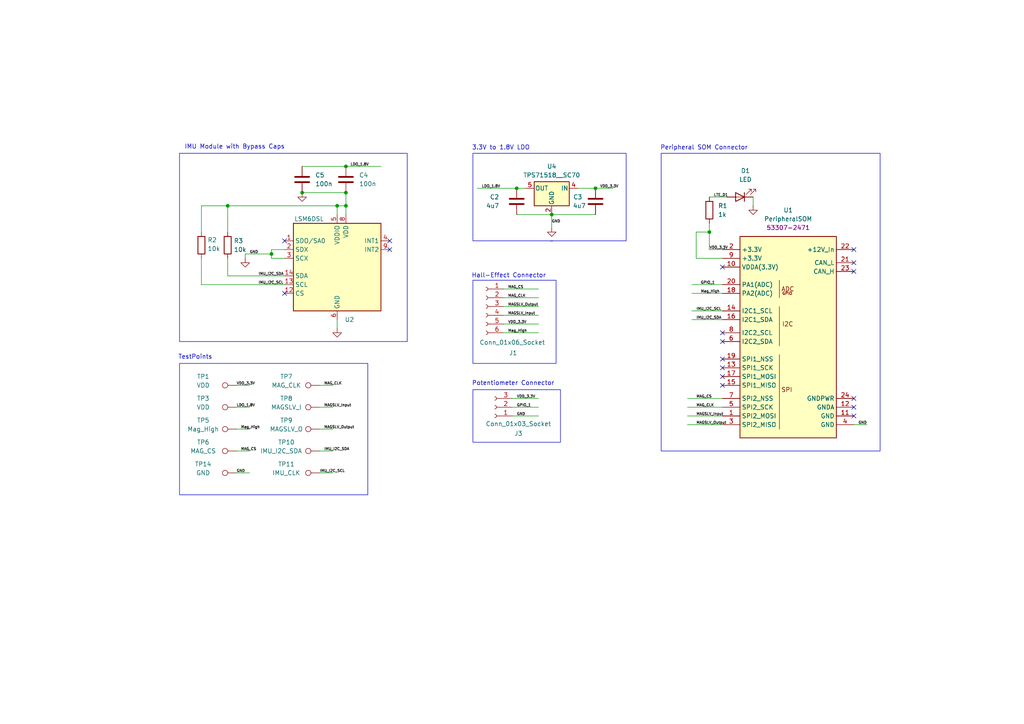
<source format=kicad_sch>
(kicad_sch (version 20231120) (generator "eeschema") (generator_version "8.0")
  (paper "A4")
  (title_block (title "Wheel Speed and IMU Board") (date "2025-01-19") (company "LHR Solar"))
  (lib_symbols
    (symbol "Connector:Conn_01x03_Socket" (pin_names (offset 1.016) hide)
      (property "Reference" "J" (at 0 5.08 0))
      (property "Value" "Conn_01x03_Socket" (at 0 -5.08 0))
      (symbol "Conn_01x03_Socket_1_1"
        (arc (start 0 -2.032) (mid -0.5058 -2.54) (end 0 -3.048) (stroke (width 0.1524)))
        (polyline (pts (xy -1.27 -2.54) (xy -0.508 -2.54)) (stroke (width 0.1524)))
        (polyline (pts (xy -1.27 0) (xy -0.508 0)) (stroke (width 0.1524)))
        (polyline (pts (xy -1.27 2.54) (xy -0.508 2.54)) (stroke (width 0.1524)))
        (arc (start 0 0.508) (mid -0.5058 0) (end 0 -0.508) (stroke (width 0.1524)))
        (arc (start 0 3.048) (mid -0.5058 2.54) (end 0 2.032) (stroke (width 0.1524)))
        (pin passive line (at -5.08 2.54 0) (length 3.81) (name "Pin_1") (number "1"))
        (pin passive line (at -5.08 0 0) (length 3.81) (name "Pin_2") (number "2"))
        (pin passive line (at -5.08 -2.54 0) (length 3.81) (name "Pin_3") (number "3"))
      )
    )
    (symbol "Connector:Conn_01x06_Socket" (pin_names (offset 1.016) hide)
      (property "Reference" "J" (at 0 7.62 0))
      (property "Value" "Conn_01x06_Socket" (at 0 -10.16 0))
      (symbol "Conn_01x06_Socket_1_1"
        (arc (start 0 -7.112) (mid -0.5058 -7.62) (end 0 -8.128) (stroke (width 0.1524)))
        (arc (start 0 -4.572) (mid -0.5058 -5.08) (end 0 -5.588) (stroke (width 0.1524)))
        (arc (start 0 -2.032) (mid -0.5058 -2.54) (end 0 -3.048) (stroke (width 0.1524)))
        (polyline (pts (xy -1.27 -7.62) (xy -0.508 -7.62)) (stroke (width 0.1524)))
        (polyline (pts (xy -1.27 -5.08) (xy -0.508 -5.08)) (stroke (width 0.1524)))
        (polyline (pts (xy -1.27 -2.54) (xy -0.508 -2.54)) (stroke (width 0.1524)))
        (polyline (pts (xy -1.27 0) (xy -0.508 0)) (stroke (width 0.1524)))
        (polyline (pts (xy -1.27 2.54) (xy -0.508 2.54)) (stroke (width 0.1524)))
        (polyline (pts (xy -1.27 5.08) (xy -0.508 5.08)) (stroke (width 0.1524)))
        (arc (start 0 0.508) (mid -0.5058 0) (end 0 -0.508) (stroke (width 0.1524)))
        (arc (start 0 3.048) (mid -0.5058 2.54) (end 0 2.032) (stroke (width 0.1524)))
        (arc (start 0 5.588) (mid -0.5058 5.08) (end 0 4.572) (stroke (width 0.1524)))
        (pin passive line (at -5.08 5.08 0) (length 3.81) (name "Pin_1") (number "1"))
        (pin passive line (at -5.08 2.54 0) (length 3.81) (name "Pin_2") (number "2"))
        (pin passive line (at -5.08 0 0) (length 3.81) (name "Pin_3") (number "3"))
        (pin passive line (at -5.08 -2.54 0) (length 3.81) (name "Pin_4") (number "4"))
        (pin passive line (at -5.08 -5.08 0) (length 3.81) (name "Pin_5") (number "5"))
        (pin passive line (at -5.08 -7.62 0) (length 3.81) (name "Pin_6") (number "6"))
      )
    )
    (symbol "Connector:TestPoint" (pin_numbers hide) (pin_names (offset 0.762) hide)
      (property "Reference" "TP" (at 0 6.858 0))
      (property "Value" "TestPoint" (at 0 5.08 0))
      (symbol "TestPoint_0_1"
        (circle (center 0 3.302) (radius 0.762))
      )
      (symbol "TestPoint_1_1"
        (pin passive line (at 0 0 90) (length 2.54) (name "1") (number "1"))
      )
    )
    (symbol "Device:C" (pin_numbers hide) (pin_names (offset 0.254))
      (property "Reference" "C" (at 0.635 2.54 0))
      (property "Value" "C" (at 0.635 -2.54 0))
      (symbol "C_0_1"
        (polyline (pts (xy -2.032 -0.762) (xy 2.032 -0.762)) (stroke (width 0.508)))
        (polyline (pts (xy -2.032 0.762) (xy 2.032 0.762)) (stroke (width 0.508)))
      )
      (symbol "C_1_1"
        (pin passive line (at 0 3.81 270) (length 2.794) (name "~") (number "1"))
        (pin passive line (at 0 -3.81 90) (length 2.794) (name "~") (number "2"))
      )
    )
    (symbol "Device:LED" (pin_numbers hide) (pin_names (offset 1.016) hide)
      (property "Reference" "D" (at 0 2.54 0))
      (property "Value" "LED" (at 0 -2.54 0))
      (symbol "LED_0_1"
        (polyline (pts (xy -1.27 -1.27) (xy -1.27 1.27)) (stroke (width 0.254)))
        (polyline (pts (xy -1.27 0) (xy 1.27 0)))
        (polyline (pts (xy 1.27 -1.27) (xy 1.27 1.27) (xy -1.27 0) (xy 1.27 -1.27)) (stroke (width 0.254)))
        (polyline (pts (xy -3.048 -0.762) (xy -4.572 -2.286) (xy -3.81 -2.286) (xy -4.572 -2.286) (xy -4.572 -1.524)))
        (polyline (pts (xy -1.778 -0.762) (xy -3.302 -2.286) (xy -2.54 -2.286) (xy -3.302 -2.286) (xy -3.302 -1.524)))
      )
      (symbol "LED_1_1"
        (pin passive line (at -3.81 0 0) (length 2.54) (name "K") (number "1"))
        (pin passive line (at 3.81 0 180) (length 2.54) (name "A") (number "2"))
      )
    )
    (symbol "Device:R" (pin_numbers hide) (pin_names (offset 0))
      (property "Reference" "R" (at 2.032 0 90))
      (property "Value" "R" (at 0 0 90))
      (symbol "R_0_1"
        (rectangle (start -1.016 -2.54) (end 1.016 2.54) (stroke (width 0.254)))
      )
      (symbol "R_1_1"
        (pin passive line (at 0 3.81 270) (length 1.27) (name "~") (number "1"))
        (pin passive line (at 0 -3.81 90) (length 1.27) (name "~") (number "2"))
      )
    )
    (symbol "LHR_Misc:PeripheralSOM"
      (property "Reference" "U" (at -13.716 30.48 0))
      (property "Value" "PeripheralSOM" (at 7.112 30.48 0))
      (property "P/N" "53307-2471" (at 0 0 0))
      (symbol "PeripheralSOM_1_1"
        (rectangle (start -13.97 29.21) (end 13.97 -29.21) (stroke (width 0.254)) (fill (type background)))
        (polyline (pts (xy 2.54 -5.08) (xy 2.54 -26.67)))
        (polyline (pts (xy 2.54 8.89) (xy 2.54 -2.54)))
        (polyline (pts (xy 2.54 16.51) (xy 2.54 11.43)))
        (text "ADC" (at 2.032 13.97 0) (effects (font (size 1.27 1.27)) (justify right)))
        (text "GPIO" (at 1.778 12.7 0) (effects (font (size 0.8 0.8)) (justify right)))
        (text "I2C" (at 1.778 3.81 0) (effects (font (size 1.27 1.27)) (justify right)))
        (text "SPI" (at 2.032 -15.24 0) (effects (font (size 1.27 1.27)) (justify right)))
        (pin passive line (at 19.05 -22.86 180) (length 5.08) (name "SPI2_MOSI") (number "1"))
        (pin passive line (at 19.05 20.32 180) (length 5.08) (name "VDDA(3.3V)") (number "10"))
        (pin output line (at -19.05 -22.86 0) (length 5.08) (name "GND") (number "11"))
        (pin output line (at -19.05 -20.32 0) (length 5.08) (name "GNDA") (number "12"))
        (pin passive line (at 19.05 -8.89 180) (length 5.08) (name "SPI1_SCK") (number "13"))
        (pin passive line (at 19.05 7.62 180) (length 5.08) (name "I2C1_SCL") (number "14"))
        (pin passive line (at 19.05 -13.97 180) (length 5.08) (name "SPI1_MISO") (number "15"))
        (pin passive line (at 19.05 5.08 180) (length 5.08) (name "I2C1_SDA") (number "16"))
        (pin passive line (at 19.05 -11.43 180) (length 5.08) (name "SPI1_MOSI") (number "17"))
        (pin passive line (at 19.05 12.7 180) (length 5.08) (name "PA2(ADC)") (number "18"))
        (pin passive line (at 19.05 -6.35 180) (length 5.08) (name "SPI1_NSS") (number "19"))
        (pin passive line (at 19.05 25.4 180) (length 5.08) (name "+3.3V") (number "2"))
        (pin passive line (at 19.05 15.24 180) (length 5.08) (name "PA1(ADC)") (number "20"))
        (pin passive line (at -19.05 21.59 0) (length 5.08) (name "CAN_L") (number "21"))
        (pin input line (at -19.05 25.4 0) (length 5.08) (name "+12V_In") (number "22"))
        (pin passive line (at -19.05 19.05 0) (length 5.08) (name "CAN_H") (number "23"))
        (pin passive line (at -19.05 -17.78 0) (length 5.08) (name "GNDPWR") (number "24"))
        (pin passive line (at 19.05 -25.4 180) (length 5.08) (name "SPI2_MISO") (number "3"))
        (pin output line (at -19.05 -25.4 0) (length 5.08) (name "GND") (number "4"))
        (pin passive line (at 19.05 -20.32 180) (length 5.08) (name "SPI2_SCK") (number "5"))
        (pin passive line (at 19.05 -1.27 180) (length 5.08) (name "I2C2_SDA") (number "6"))
        (pin passive line (at 19.05 -17.78 180) (length 5.08) (name "SPI2_NSS") (number "7"))
        (pin passive line (at 19.05 1.27 180) (length 5.08) (name "I2C2_SCL") (number "8"))
        (pin output line (at 19.05 22.86 180) (length 5.08) (name "+3.3V") (number "9"))
      )
    )
    (symbol "Regulator_Linear:TPS71518__SC70" (pin_names (offset 0.254))
      (property "Reference" "U" (at -3.81 3.175 0))
      (property "Value" "TPS71518__SC70" (at 0 3.175 0))
      (symbol "TPS71518__SC70_0_1"
        (rectangle (start -5.08 1.905) (end 5.08 -5.08) (stroke (width 0.254)) (fill (type background)))
      )
      (symbol "TPS71518__SC70_1_1"
        (pin no_connect line (at 5.08 -2.54 180) (length 2.54) hide (name "NC") (number "1"))
        (pin power_in line (at 0 -7.62 90) (length 2.54) (name "GND") (number "2"))
        (pin no_connect line (at -5.08 -2.54 0) (length 2.54) hide (name "NC") (number "3"))
        (pin power_in line (at -7.62 0 0) (length 2.54) (name "IN") (number "4"))
        (pin power_out line (at 7.62 0 180) (length 2.54) (name "OUT") (number "5"))
      )
    )
    (symbol "Sensor_Motion:LSM6DSL"
      (property "Reference" "U" (at -11.43 15.24 0))
      (property "Value" "LSM6DSL" (at -11.43 12.7 0))
      (symbol "LSM6DSL_0_1"
        (rectangle (start -12.7 12.7) (end 12.7 -12.7) (stroke (width 0.254)) (fill (type background)))
      )
      (symbol "LSM6DSL_1_1"
        (pin bidirectional line (at -15.24 7.62 0) (length 2.54) (name "SDO/SA0") (number "1"))
        (pin no_connect line (at 12.7 -5.08 180) (length 3.81) hide (name "NC") (number "10"))
        (pin no_connect line (at 12.7 -2.54 180) (length 3.81) hide (name "NC") (number "11"))
        (pin input line (at -15.24 -7.62 0) (length 2.54) (name "CS") (number "12"))
        (pin input line (at -15.24 -5.08 0) (length 2.54) (name "SCL") (number "13"))
        (pin bidirectional line (at -15.24 -2.54 0) (length 2.54) (name "SDA") (number "14"))
        (pin bidirectional line (at -15.24 5.08 0) (length 2.54) (name "SDX") (number "2"))
        (pin input line (at -15.24 2.54 0) (length 2.54) (name "SCX") (number "3"))
        (pin output line (at 15.24 7.62 180) (length 2.54) (name "INT1") (number "4"))
        (pin power_in line (at 0 15.24 270) (length 2.54) (name "VDDIO") (number "5"))
        (pin power_in line (at 0 -15.24 90) (length 2.54) (name "GND") (number "6"))
        (pin passive line (at 0 -15.24 90) (length 2.54) hide (name "GND") (number "7"))
        (pin power_in line (at 2.54 15.24 270) (length 2.54) (name "VDD") (number "8"))
        (pin output line (at 15.24 5.08 180) (length 2.54) (name "INT2") (number "9"))
      )
    )
    (symbol "power:GND" (power) (pin_numbers hide) (pin_names (offset 0) hide)
      (property "Value" "GND" (at 0 -3.81 0))
      (symbol "GND_0_1"
        (polyline (pts (xy 0 0) (xy 0 -1.27) (xy 1.27 -1.27) (xy 0 -2.54) (xy -1.27 -1.27) (xy 0 -1.27)))
      )
      (symbol "GND_1_1"
        (pin power_in line (at 0 0 270) (length 0) (name "~") (number "1"))
      )
    )
  )
  (junction (at 205.74 67.31))
  (junction (at 100.33 59.69))
  (junction (at 100.33 48.26))
  (junction (at 78.74 73.66))
  (junction (at 172.72 54.61))
  (junction (at 160.02 62.23))
  (junction (at 149.86 54.61))
  (junction (at 87.63 55.88))
  (junction (at 97.79 59.69))
  (junction (at 100.33 55.88))
  (junction (at 66.04 59.69))
  (no_connect (at 247.65 78.74))
  (no_connect (at 113.03 69.85))
  (no_connect (at 82.55 69.85))
  (no_connect (at 209.55 109.22))
  (no_connect (at 209.55 77.47))
  (no_connect (at 209.55 96.52))
  (no_connect (at 247.65 115.57))
  (no_connect (at 82.55 85.09))
  (no_connect (at 247.65 118.11))
  (no_connect (at 113.03 72.39))
  (no_connect (at 247.65 76.2))
  (no_connect (at 209.55 99.06))
  (no_connect (at 247.65 72.39))
  (no_connect (at 209.55 106.68))
  (no_connect (at 209.55 104.14))
  (no_connect (at 209.55 111.76))
  (no_connect (at 247.65 120.65))
  (wire (pts (xy 71.12 73.66) (xy 71.12 74.93)))
  (wire (pts (xy 97.79 92.71) (xy 97.79 95.25)))
  (wire (pts (xy 68.58 118.11) (xy 72.39 118.11)))
  (wire (pts (xy 92.71 111.76) (xy 96.52 111.76)))
  (wire (pts (xy 92.71 137.16) (xy 96.52 137.16)))
  (wire (pts (xy 149.86 62.23) (xy 160.02 62.23)))
  (wire (pts (xy 160.02 62.23) (xy 172.72 62.23)))
  (wire (pts (xy 78.74 72.39) (xy 78.74 73.66)))
  (wire (pts (xy 199.39 123.19) (xy 209.55 123.19)))
  (wire (pts (xy 172.72 54.61) (xy 177.8 54.61)))
  (wire (pts (xy 100.33 48.26) (xy 110.49 48.26)))
  (wire (pts (xy 205.74 72.39) (xy 209.55 72.39)))
  (wire (pts (xy 87.63 55.88) (xy 100.33 55.88)))
  (wire (pts (xy 205.74 67.31) (xy 205.74 72.39)))
  (wire (pts (xy 200.66 85.09) (xy 209.55 85.09)))
  (wire (pts (xy 199.39 118.11) (xy 209.55 118.11)))
  (wire (pts (xy 156.21 96.52) (xy 146.05 96.52)))
  (wire (pts (xy 92.71 124.46) (xy 96.52 124.46)))
  (wire (pts (xy 218.44 57.15) (xy 218.44 59.69)))
  (wire (pts (xy 200.66 90.17) (xy 209.55 90.17)))
  (wire (pts (xy 201.93 67.31) (xy 201.93 74.93)))
  (wire (pts (xy 82.55 74.93) (xy 78.74 74.93)))
  (wire (pts (xy 66.04 80.01) (xy 66.04 74.93)))
  (wire (pts (xy 200.66 82.55) (xy 209.55 82.55)))
  (wire (pts (xy 200.66 92.71) (xy 209.55 92.71)))
  (wire (pts (xy 68.58 124.46) (xy 72.39 124.46)))
  (wire (pts (xy 247.65 123.19) (xy 251.46 123.19)))
  (wire (pts (xy 156.21 88.9) (xy 146.05 88.9)))
  (wire (pts (xy 100.33 55.88) (xy 100.33 59.69)))
  (wire (pts (xy 78.74 73.66) (xy 78.74 74.93)))
  (wire (pts (xy 100.33 59.69) (xy 100.33 62.23)))
  (wire (pts (xy 205.74 64.77) (xy 205.74 67.31)))
  (wire (pts (xy 201.93 67.31) (xy 205.74 67.31)))
  (wire (pts (xy 97.79 62.23) (xy 97.79 59.69)))
  (wire (pts (xy 152.4 54.61) (xy 149.86 54.61)))
  (wire (pts (xy 199.39 115.57) (xy 209.55 115.57)))
  (wire (pts (xy 148.59 115.57) (xy 156.21 115.57)))
  (wire (pts (xy 66.04 59.69) (xy 58.42 59.69)))
  (wire (pts (xy 82.55 72.39) (xy 78.74 72.39)))
  (wire (pts (xy 138.43 54.61) (xy 149.86 54.61)))
  (wire (pts (xy 87.63 48.26) (xy 100.33 48.26)))
  (wire (pts (xy 156.21 93.98) (xy 146.05 93.98)))
  (wire (pts (xy 58.42 82.55) (xy 58.42 74.93)))
  (wire (pts (xy 156.21 86.36) (xy 146.05 86.36)))
  (wire (pts (xy 58.42 59.69) (xy 58.42 67.31)))
  (wire (pts (xy 71.12 73.66) (xy 78.74 73.66)))
  (wire (pts (xy 156.21 83.82) (xy 146.05 83.82)))
  (wire (pts (xy 167.64 54.61) (xy 172.72 54.61)))
  (wire (pts (xy 146.05 91.44) (xy 156.21 91.44)))
  (wire (pts (xy 58.42 82.55) (xy 82.55 82.55)))
  (wire (pts (xy 66.04 59.69) (xy 66.04 67.31)))
  (wire (pts (xy 68.58 111.76) (xy 72.39 111.76)))
  (wire (pts (xy 66.04 80.01) (xy 82.55 80.01)))
  (wire (pts (xy 68.58 137.16) (xy 72.39 137.16)))
  (wire (pts (xy 148.59 120.65) (xy 156.21 120.65)))
  (wire (pts (xy 201.93 74.93) (xy 209.55 74.93)))
  (wire (pts (xy 92.71 118.11) (xy 96.52 118.11)))
  (wire (pts (xy 92.71 130.81) (xy 96.52 130.81)))
  (wire (pts (xy 205.74 57.15) (xy 210.82 57.15)))
  (wire (pts (xy 97.79 59.69) (xy 100.33 59.69)))
  (wire (pts (xy 97.79 59.69) (xy 66.04 59.69)))
  (wire (pts (xy 148.59 118.11) (xy 156.21 118.11)))
  (wire (pts (xy 68.58 130.81) (xy 72.39 130.81)))
  (wire (pts (xy 160.02 62.23) (xy 160.02 66.04)))
  (wire (pts (xy 199.39 120.65) (xy 209.55 120.65)))
  (rectangle (start 137.16 81.28) (end 161.29 105.41))
  (rectangle (start 137.16 113.03) (end 162.56 128.27))
  (rectangle (start 137.16 44.45) (end 181.61 69.85))
  (rectangle (start 52.07 105.41) (end 106.68 143.51))
  (rectangle (start 52.07 44.45) (end 118.11 99.06))
  (rectangle (start 191.77 44.45) (end 255.27 130.81))
  (text "Hall-Effect Connector\n" (at 147.574 80.01 0) (effects (font (size 1.27 1.27))))
  (text "Peripheral SOM Connector" (at 204.216 42.926 0) (effects (font (size 1.27 1.27))))
  (text "TestPoints" (at 56.642 103.632 0) (effects (font (size 1.27 1.27))))
  (text "IMU Module with Bypass Caps" (at 68.072 42.672 0) (effects (font (size 1.27 1.27))))
  (text "Potentiometer Connector" (at 148.844 111.252 0) (effects (font (size 1.27 1.27))))
  (text "3.3V to 1.8V LDO" (at 145.288 42.926 0) (effects (font (size 1.27 1.27))))
  (label "MAG_CLK" (at 201.93 118.11 0) (effects (font (size 0.762 0.762))))
  (label "IMU_I2C_SDA" (at 74.93 80.01 0) (effects (font (size 0.762 0.762))))
  (label "MAG_CLK" (at 93.98 111.76 0) (effects (font (size 0.762 0.762))))
  (label "VDD_3.3V" (at 149.86 115.57 0) (effects (font (size 0.762 0.762))))
  (label "Mag_High" (at 203.2 85.09 0) (effects (font (size 0.762 0.762))))
  (label "VDD_3.3V" (at 147.32 93.98 0) (effects (font (size 0.762 0.762))))
  (label "MAGSLV_Output" (at 93.98 124.46 0) (effects (font (size 0.762 0.762))))
  (label "IMU_I2C_SCL" (at 92.71 137.16 0) (effects (font (size 0.762 0.762))))
  (label "LDO_1.8V" (at 101.6 48.26 0) (effects (font (size 0.762 0.762))))
  (label "MAG_CS" (at 201.93 115.57 0) (effects (font (size 0.762 0.762))))
  (label "MAG_CS" (at 147.32 83.82 0) (effects (font (size 0.762 0.762))))
  (label "GND" (at 149.86 120.65 0) (effects (font (size 0.762 0.762))))
  (label "GPIO_1" (at 149.86 118.11 0) (effects (font (size 0.762 0.762))))
  (label "GND" (at 248.92 123.19 0) (effects (font (size 0.762 0.762))))
  (label "GND" (at 160.02 64.77 0) (effects (font (size 0.762 0.762))))
  (label "MAGSLV_Output" (at 147.32 88.9 0) (effects (font (size 0.762 0.762))))
  (label "VDD_3.3V" (at 68.58 111.76 0) (effects (font (size 0.762 0.762))))
  (label "GND" (at 72.39 73.66 0) (effects (font (size 0.762 0.762))))
  (label "Mag_High" (at 69.85 124.46 0) (effects (font (size 0.762 0.762))))
  (label "VDD_3.3V" (at 205.74 72.39 0) (effects (font (size 0.762 0.762))))
  (label "IMU_I2C_SDA" (at 201.93 92.71 0) (effects (font (size 0.762 0.762))))
  (label "IMU_I2C_SCL" (at 201.93 90.17 0) (effects (font (size 0.762 0.762))))
  (label "MAG_CS" (at 69.85 130.81 0) (effects (font (size 0.762 0.762))))
  (label "MAGSLV_Input" (at 147.32 91.44 0) (effects (font (size 0.762 0.762))))
  (label "LDO_1.8V" (at 139.7 54.61 0) (effects (font (size 0.762 0.762))))
  (label "MAGSLV_Input" (at 93.98 118.11 0) (effects (font (size 0.762 0.762))))
  (label "MAG_CLK" (at 147.32 86.36 0) (effects (font (size 0.762 0.762))))
  (label "GND" (at 68.58 137.16 0) (effects (font (size 0.762 0.762))))
  (label "VDD_3.3V" (at 173.99 54.61 0) (effects (font (size 0.762 0.762))))
  (label "MAGSLV_Output" (at 201.93 123.19 0) (effects (font (size 0.762 0.762))))
  (label "Mag_High" (at 147.32 96.52 0) (effects (font (size 0.762 0.762))))
  (label "IMU_I2C_SDA" (at 93.98 130.81 0) (effects (font (size 0.762 0.762))))
  (label "LTE_D1" (at 207.01 57.15 0) (effects (font (size 0.762 0.762))))
  (label "IMU_I2C_SCL" (at 74.93 82.55 0) (effects (font (size 0.762 0.762))))
  (label "GPIO_1" (at 203.2 82.55 0) (effects (font (size 0.762 0.762))))
  (label "MAGSLV_Input" (at 201.93 120.65 0) (effects (font (size 0.762 0.762))))
  (label "LDO_1.8V" (at 68.58 118.11 0) (effects (font (size 0.762 0.762))))
  (symbol (lib_id "power:GND") (at 160.02 66.04 0) (unit 1)
    (property "Reference" "#PWR05" (effects (hide yes)))
    (property "Value" "~" (at 160.02 69.85 0))
    (property "Description" "Power symbol creates a global label with name \"GND\" , ground" (effects (hide yes)))
  )
  (symbol (lib_id "Connector:TestPoint") (at 92.71 124.46 90) (mirror x) (unit 1)
    (property "Reference" "TP9" (at 83.058 121.92 90))
    (property "Value" "MAGSLV_O" (at 83.058 124.46 90))
    (property "Footprint" "TestPoint:TestPoint_THTPad_D3.0mm_Drill1.5mm" (effects (hide yes)))
    (property "Description" "test point" (effects (hide yes)))
  )
  (symbol (lib_id "power:GND") (at 71.12 74.93 0) (unit 1)
    (property "Reference" "#PWR01" (effects (hide yes)))
    (property "Value" "GND" (effects (hide yes)))
    (property "Description" "Power symbol creates a global label with name \"GND\" , ground" (effects (hide yes)))
  )
  (symbol (lib_id "Device:LED") (at 214.63 57.15 180) (unit 1)
    (property "Reference" "D1" (at 216.2175 49.53 0))
    (property "Value" "LED" (at 216.2175 52.07 0))
    (property "Footprint" "LED_SMD:LED_0805_2012Metric" (effects (hide yes)))
    (property "Description" "Light emitting diode" (effects (hide yes)))
  )
  (symbol (lib_id "Connector:TestPoint") (at 68.58 111.76 90) (mirror x) (unit 1)
    (property "Reference" "TP1" (at 58.928 109.22 90))
    (property "Value" "VDD" (at 58.928 111.76 90))
    (property "Footprint" "TestPoint:TestPoint_THTPad_D3.0mm_Drill1.5mm" (effects (hide yes)))
    (property "Description" "test point" (effects (hide yes)))
  )
  (symbol (lib_id "Connector:TestPoint") (at 92.71 111.76 90) (mirror x) (unit 1)
    (property "Reference" "TP7" (at 83.058 109.22 90))
    (property "Value" "MAG_CLK" (at 83.058 111.76 90))
    (property "Footprint" "TestPoint:TestPoint_THTPad_D3.0mm_Drill1.5mm" (effects (hide yes)))
    (property "Description" "test point" (effects (hide yes)))
  )
  (symbol (lib_id "power:GND") (at 97.79 95.25 0) (unit 1)
    (property "Reference" "#PWR04" (effects (hide yes)))
    (property "Value" "GND" (effects (hide yes)))
    (property "Description" "Power symbol creates a global label with name \"GND\" , ground" (effects (hide yes)))
  )
  (symbol (lib_id "Device:R") (at 66.04 71.12 0) (unit 1)
    (property "Reference" "R3" (at 67.818 69.85 0) (effects (justify left)))
    (property "Value" "10k" (at 67.818 72.39 0) (effects (justify left)))
    (property "Footprint" "Resistor_SMD:R_0805_2012Metric" (effects (hide yes)))
    (property "Description" "Resistor" (effects (hide yes)))
  )
  (symbol (lib_id "Connector:Conn_01x03_Socket") (at 143.51 118.11 180) (unit 1)
    (property "Reference" "J3" (at 150.368 125.73 0))
    (property "Value" "Conn_01x03_Socket" (at 150.368 122.936 0))
    (property "Footprint" "Connector_Molex:Molex_Nano-Fit_105313-xx03_1x03_P2.50mm_Horizontal" (effects (hide yes)))
    (property "Description" "Generic connector, single row, 01x03, script generated" (effects (hide yes)))
  )
  (symbol (lib_id "Sensor_Motion:LSM6DSL") (at 97.79 77.47 0) (unit 1)
    (property "Reference" "U2" (at 99.9841 92.71 0) (effects (justify left)))
    (property "Value" "LSM6DSL" (at 85.344 63.5 0) (effects (justify left)))
    (property "Footprint" "Package_LGA:LGA-14_3x2.5mm_P0.5mm_LayoutBorder3x4y" (effects (hide yes)))
    (property "Datasheet" "https://www.st.com/resource/en/datasheet/lsm6dsl.pdf" (effects (hide yes)))
    (property "Description" "I2C/SPI, iNEMO inertial module: always-on 3D accelerometer and 3D gyroscope, 1.71V to 3.6V VCC" (effects (hide yes)))
  )
  (symbol (lib_id "LHR_Misc:PeripheralSOM") (at 228.6 97.79 0) (mirror y) (unit 1)
    (property "Reference" "U1" (at 228.6 60.96 0))
    (property "Value" "PeripheralSOM" (at 228.6 63.5 0))
    (property "Footprint" "UTSVT_Special:PeripheralSOM" (effects (hide yes)))
    (property "Datasheet" "https://tools.molex.com/pdm_docs/sd/533072071_sd.pdf" (effects (hide yes)))
    (property "P/N" "53307-2471" (at 228.6 66.04 0))
    (property "Height" "3.85" (effects (hide yes)))
  )
  (symbol (lib_id "Connector:TestPoint") (at 68.58 124.46 90) (mirror x) (unit 1)
    (property "Reference" "TP5" (at 58.928 121.92 90))
    (property "Value" "Mag_High" (at 58.928 124.46 90))
    (property "Footprint" "TestPoint:TestPoint_THTPad_D3.0mm_Drill1.5mm" (effects (hide yes)))
    (property "Description" "test point" (effects (hide yes)))
  )
  (symbol (lib_id "Connector:TestPoint") (at 68.58 137.16 90) (mirror x) (unit 1)
    (property "Reference" "TP14" (at 58.928 134.62 90))
    (property "Value" "GND" (at 58.928 137.16 90))
    (property "Footprint" "TestPoint:TestPoint_THTPad_D3.0mm_Drill1.5mm" (effects (hide yes)))
    (property "Description" "test point" (effects (hide yes)))
  )
  (symbol (lib_id "Connector:Conn_01x06_Socket") (at 140.97 88.9 0) (mirror y) (unit 1)
    (property "Reference" "J1" (at 148.844 102.362 0))
    (property "Value" "Conn_01x06_Socket" (at 148.59 99.314 0))
    (property "Footprint" "Connector_Molex:Molex_Nano-Fit_105313-xx06_1x06_P2.50mm_Horizontal" (effects (hide yes)))
    (property "Description" "Generic connector, single row, 01x06, script generated" (effects (hide yes)))
  )
  (symbol (lib_id "Connector:TestPoint") (at 68.58 130.81 90) (mirror x) (unit 1)
    (property "Reference" "TP6" (at 58.928 128.27 90))
    (property "Value" "MAG_CS" (at 58.928 130.81 90))
    (property "Footprint" "TestPoint:TestPoint_THTPad_D3.0mm_Drill1.5mm" (effects (hide yes)))
    (property "Description" "test point" (effects (hide yes)))
  )
  (symbol (lib_id "power:GND") (at 218.44 59.69 0) (unit 1)
    (property "Reference" "#PWR02" (effects (hide yes)))
    (property "Value" "GND" (effects (hide yes)))
    (property "Description" "Power symbol creates a global label with name \"GND\" , ground" (effects (hide yes)))
  )
  (symbol (lib_id "power:GND") (at 87.63 55.88 0) (unit 1)
    (property "Reference" "#PWR03" (effects (hide yes)))
    (property "Value" "GND" (effects (hide yes)))
    (property "Description" "Power symbol creates a global label with name \"GND\" , ground" (effects (hide yes)))
  )
  (symbol (lib_id "Regulator_Linear:TPS71518__SC70") (at 160.02 54.61 0) (mirror y) (unit 1)
    (property "Reference" "U4" (at 160.02 48.26 0))
    (property "Value" "TPS71518__SC70" (at 160.02 50.8 0))
    (property "Footprint" "UTSVT_Power:LDO_3.3_to_1.8_2.2mmx1.3mm" (effects (hide yes)))
    (property "Datasheet" "http://www.ti.com/lit/ds/symlink/tps715.pdf" (effects (hide yes)))
    (property "Description" "Low-drop Voltage Regulator, Io up to 50mA, Fixed Vo 1.8V, Ignd 3.2uA , SC70." (effects (hide yes)))
  )
  (symbol (lib_id "Connector:TestPoint") (at 92.71 118.11 90) (mirror x) (unit 1)
    (property "Reference" "TP8" (at 83.058 115.57 90))
    (property "Value" "MAGSLV_I" (at 83.058 118.11 90))
    (property "Footprint" "TestPoint:TestPoint_THTPad_D3.0mm_Drill1.5mm" (effects (hide yes)))
    (property "Description" "test point" (effects (hide yes)))
  )
  (symbol (lib_id "Device:R") (at 58.42 71.12 0) (unit 1)
    (property "Reference" "R2" (at 60.198 69.596 0) (effects (justify left)))
    (property "Value" "10k" (at 60.198 72.136 0) (effects (justify left)))
    (property "Footprint" "Resistor_SMD:R_0805_2012Metric" (effects (hide yes)))
    (property "Description" "Resistor" (effects (hide yes)))
  )
  (symbol (lib_id "Connector:TestPoint") (at 92.71 137.16 90) (mirror x) (unit 1)
    (property "Reference" "TP11" (at 83.058 134.62 90))
    (property "Value" "IMU_CLK" (at 83.058 137.16 90))
    (property "Footprint" "TestPoint:TestPoint_THTPad_D3.0mm_Drill1.5mm" (effects (hide yes)))
    (property "Description" "test point" (effects (hide yes)))
  )
  (symbol (lib_id "Device:R") (at 205.74 60.96 0) (unit 1)
    (property "Reference" "R1" (at 208.28 59.6899 0) (effects (justify left)))
    (property "Value" "1k" (at 208.28 62.2299 0) (effects (justify left)))
    (property "Footprint" "Resistor_SMD:R_0805_2012Metric" (effects (hide yes)))
    (property "Description" "Resistor" (effects (hide yes)))
  )
  (symbol (lib_id "Device:C") (at 87.63 52.07 0) (unit 1)
    (property "Reference" "C5" (at 91.44 50.7999 0) (effects (justify left)))
    (property "Value" "100n" (at 91.44 53.3399 0) (effects (justify left)))
    (property "Footprint" "Capacitor_SMD:C_0805_2012Metric" (effects (hide yes)))
    (property "Description" "Unpolarized capacitor" (effects (hide yes)))
  )
  (symbol (lib_id "Device:C") (at 149.86 58.42 0) (unit 1)
    (property "Reference" "C2" (at 144.78 57.1499 0) (effects (justify right)))
    (property "Value" "4u7" (at 144.78 59.6899 0) (effects (justify right)))
    (property "Footprint" "Capacitor_SMD:C_0805_2012Metric" (effects (hide yes)))
    (property "Description" "Unpolarized capacitor" (effects (hide yes)))
  )
  (symbol (lib_id "Device:C") (at 172.72 58.42 0) (unit 1)
    (property "Reference" "C3" (at 168.91 57.1499 0) (effects (justify right)))
    (property "Value" "4u7" (at 169.926 59.69 0) (effects (justify right)))
    (property "Footprint" "Capacitor_SMD:C_0805_2012Metric" (effects (hide yes)))
    (property "Description" "Unpolarized capacitor" (effects (hide yes)))
  )
  (symbol (lib_id "Connector:TestPoint") (at 68.58 118.11 90) (mirror x) (unit 1)
    (property "Reference" "TP3" (at 58.928 115.57 90))
    (property "Value" "VDD" (at 58.928 118.11 90))
    (property "Footprint" "TestPoint:TestPoint_THTPad_D3.0mm_Drill1.5mm" (effects (hide yes)))
    (property "Description" "test point" (effects (hide yes)))
  )
  (symbol (lib_id "Connector:TestPoint") (at 92.71 130.81 90) (mirror x) (unit 1)
    (property "Reference" "TP10" (at 83.058 128.27 90))
    (property "Value" "IMU_I2C_SDA" (at 81.534 130.81 90))
    (property "Footprint" "TestPoint:TestPoint_THTPad_D3.0mm_Drill1.5mm" (effects (hide yes)))
    (property "Description" "test point" (effects (hide yes)))
  )
  (symbol (lib_id "Device:C") (at 100.33 52.07 0) (mirror y) (unit 1)
    (property "Reference" "C4" (at 104.14 50.7999 0) (effects (justify right)))
    (property "Value" "100n" (at 104.14 53.3399 0) (effects (justify right)))
    (property "Footprint" "Capacitor_SMD:C_0805_2012Metric" (effects (hide yes)))
    (property "Description" "Unpolarized capacitor" (effects (hide yes)))
  )
)
</source>
